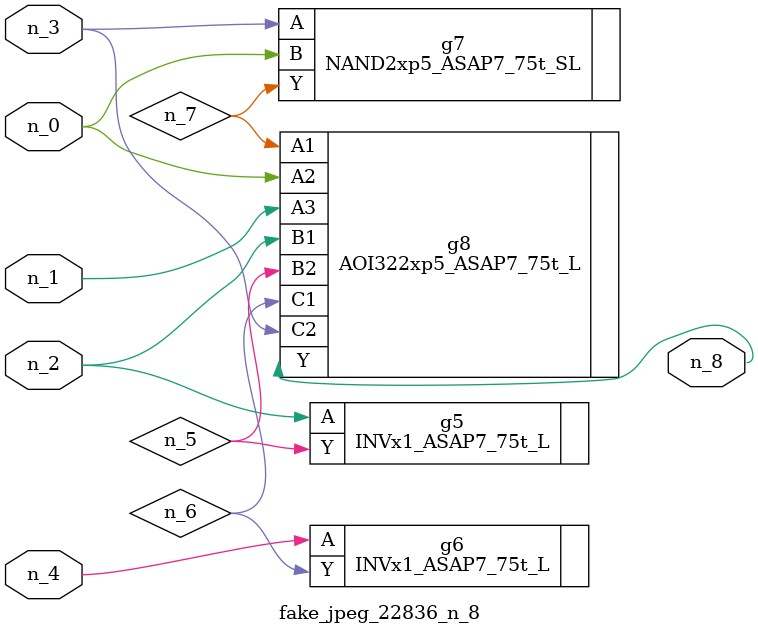
<source format=v>
module fake_jpeg_22836_n_8 (n_3, n_2, n_1, n_0, n_4, n_8);

input n_3;
input n_2;
input n_1;
input n_0;
input n_4;

output n_8;

wire n_6;
wire n_5;
wire n_7;

INVx1_ASAP7_75t_L g5 ( 
.A(n_2),
.Y(n_5)
);

INVx1_ASAP7_75t_L g6 ( 
.A(n_4),
.Y(n_6)
);

NAND2xp5_ASAP7_75t_SL g7 ( 
.A(n_3),
.B(n_0),
.Y(n_7)
);

AOI322xp5_ASAP7_75t_L g8 ( 
.A1(n_7),
.A2(n_0),
.A3(n_1),
.B1(n_2),
.B2(n_5),
.C1(n_6),
.C2(n_3),
.Y(n_8)
);


endmodule
</source>
